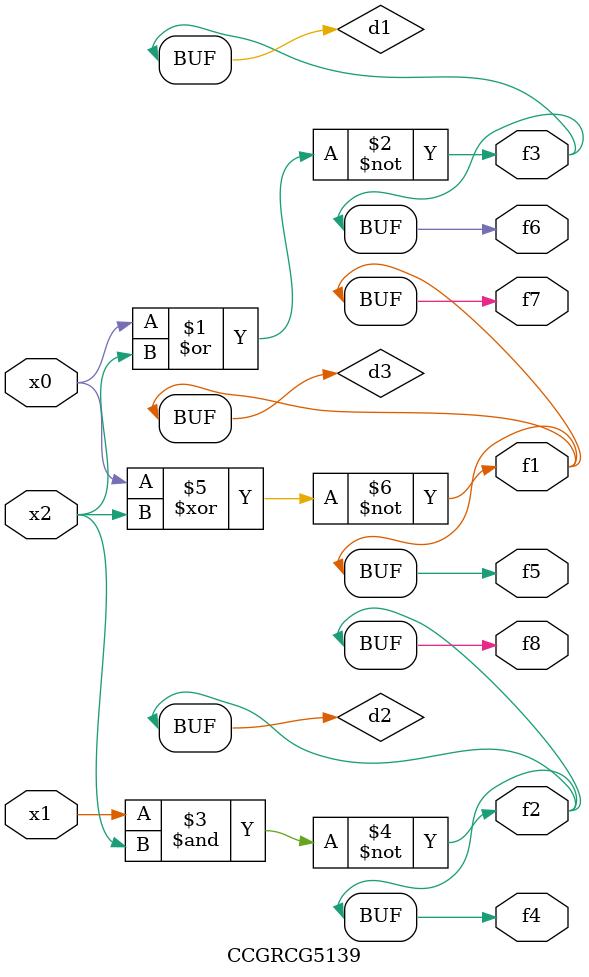
<source format=v>
module CCGRCG5139(
	input x0, x1, x2,
	output f1, f2, f3, f4, f5, f6, f7, f8
);

	wire d1, d2, d3;

	nor (d1, x0, x2);
	nand (d2, x1, x2);
	xnor (d3, x0, x2);
	assign f1 = d3;
	assign f2 = d2;
	assign f3 = d1;
	assign f4 = d2;
	assign f5 = d3;
	assign f6 = d1;
	assign f7 = d3;
	assign f8 = d2;
endmodule

</source>
